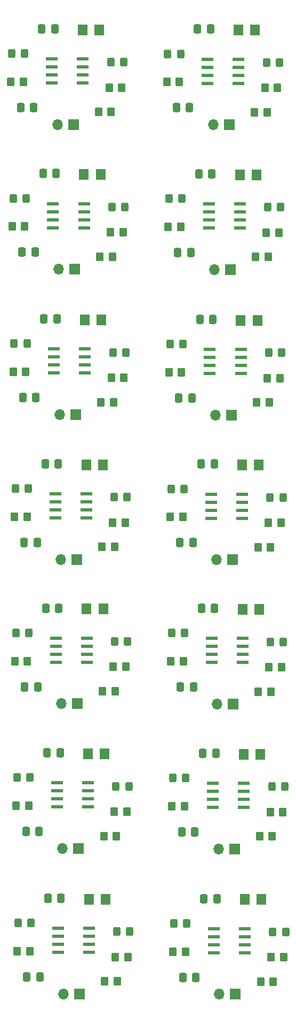
<source format=gbr>
%TF.GenerationSoftware,KiCad,Pcbnew,8.0.5*%
%TF.CreationDate,2024-12-11T00:13:19+01:00*%
%TF.ProjectId,battery-lvl-indicator-kicad.kicad_pcb-copy,62617474-6572-4792-9d6c-766c2d696e64,rev?*%
%TF.SameCoordinates,Original*%
%TF.FileFunction,Soldermask,Top*%
%TF.FilePolarity,Negative*%
%FSLAX46Y46*%
G04 Gerber Fmt 4.6, Leading zero omitted, Abs format (unit mm)*
G04 Created by KiCad (PCBNEW 8.0.5) date 2024-12-11 00:13:19*
%MOMM*%
%LPD*%
G01*
G04 APERTURE LIST*
G04 Aperture macros list*
%AMRoundRect*
0 Rectangle with rounded corners*
0 $1 Rounding radius*
0 $2 $3 $4 $5 $6 $7 $8 $9 X,Y pos of 4 corners*
0 Add a 4 corners polygon primitive as box body*
4,1,4,$2,$3,$4,$5,$6,$7,$8,$9,$2,$3,0*
0 Add four circle primitives for the rounded corners*
1,1,$1+$1,$2,$3*
1,1,$1+$1,$4,$5*
1,1,$1+$1,$6,$7*
1,1,$1+$1,$8,$9*
0 Add four rect primitives between the rounded corners*
20,1,$1+$1,$2,$3,$4,$5,0*
20,1,$1+$1,$4,$5,$6,$7,0*
20,1,$1+$1,$6,$7,$8,$9,0*
20,1,$1+$1,$8,$9,$2,$3,0*%
G04 Aperture macros list end*
%ADD10R,1.524000X1.676400*%
%ADD11R,1.981200X0.558800*%
%ADD12RoundRect,0.250000X-0.337500X-0.475000X0.337500X-0.475000X0.337500X0.475000X-0.337500X0.475000X0*%
%ADD13RoundRect,0.250000X-0.325000X-0.450000X0.325000X-0.450000X0.325000X0.450000X-0.325000X0.450000X0*%
%ADD14O,1.700000X1.700000*%
%ADD15R,1.700000X1.700000*%
%ADD16RoundRect,0.250000X-0.350000X-0.450000X0.350000X-0.450000X0.350000X0.450000X-0.350000X0.450000X0*%
G04 APERTURE END LIST*
D10*
%TO.C,D1*%
X128295400Y-154965400D03*
X130937000Y-154965400D03*
%TD*%
D11*
%TO.C,U1*%
X127330200Y-21971000D03*
X127330200Y-23241000D03*
X127330200Y-24511000D03*
X127330200Y-25781000D03*
X122402600Y-25781000D03*
X122402600Y-24511000D03*
X122402600Y-23241000D03*
X122402600Y-21971000D03*
%TD*%
D12*
%TO.C,C2*%
X120167400Y-121335800D03*
X118092400Y-121335800D03*
%TD*%
D13*
%TO.C,LEDG*%
X109270800Y-45364400D03*
X107220800Y-45364400D03*
%TD*%
%TO.C,LEDR*%
X94361000Y-158673800D03*
X92311000Y-158673800D03*
%TD*%
D14*
%TO.C,J1*%
X98552000Y-32308800D03*
D15*
X101092000Y-32308800D03*
%TD*%
D13*
%TO.C,LEDR*%
X93573600Y-43992800D03*
X91523600Y-43992800D03*
%TD*%
D12*
%TO.C,C1*%
X96070600Y-17170400D03*
X98145600Y-17170400D03*
%TD*%
D10*
%TO.C,D1*%
X102920800Y-63246000D03*
X105562400Y-63246000D03*
%TD*%
D16*
%TO.C,100R*%
X134340600Y-141097000D03*
X132340600Y-141097000D03*
%TD*%
D11*
%TO.C,U1*%
X103428800Y-136499600D03*
X103428800Y-137769600D03*
X103428800Y-139039600D03*
X103428800Y-140309600D03*
X98501200Y-140309600D03*
X98501200Y-139039600D03*
X98501200Y-137769600D03*
X98501200Y-136499600D03*
%TD*%
D16*
%TO.C,10kR*%
X107086400Y-30327600D03*
X105086400Y-30327600D03*
%TD*%
D10*
%TO.C,D1*%
X103124000Y-86156800D03*
X105765600Y-86156800D03*
%TD*%
D16*
%TO.C,10kR*%
X131826000Y-30378400D03*
X129826000Y-30378400D03*
%TD*%
%TO.C,10kR*%
X132816600Y-167970200D03*
X130816600Y-167970200D03*
%TD*%
D11*
%TO.C,U1*%
X127889000Y-90805000D03*
X127889000Y-92075000D03*
X127889000Y-93345000D03*
X127889000Y-94615000D03*
X122961400Y-94615000D03*
X122961400Y-93345000D03*
X122961400Y-92075000D03*
X122961400Y-90805000D03*
%TD*%
D14*
%TO.C,J1*%
X99390200Y-146888200D03*
D15*
X101930200Y-146888200D03*
%TD*%
D11*
%TO.C,U1*%
X103149400Y-90754200D03*
X103149400Y-92024200D03*
X103149400Y-93294200D03*
X103149400Y-94564200D03*
X98221800Y-94564200D03*
X98221800Y-93294200D03*
X98221800Y-92024200D03*
X98221800Y-90754200D03*
%TD*%
D13*
%TO.C,LEDG*%
X134797800Y-160096200D03*
X132747800Y-160096200D03*
%TD*%
%TO.C,LEDG*%
X109067600Y-22453600D03*
X107017600Y-22453600D03*
%TD*%
%TO.C,LEDR*%
X118948200Y-135712200D03*
X116898200Y-135712200D03*
%TD*%
D14*
%TO.C,J1*%
X124129800Y-146939000D03*
D15*
X126669800Y-146939000D03*
%TD*%
D12*
%TO.C,C2*%
X119735600Y-52578000D03*
X117660600Y-52578000D03*
%TD*%
D14*
%TO.C,J1*%
X123850400Y-101193600D03*
D15*
X126390400Y-101193600D03*
%TD*%
D16*
%TO.C,100R*%
X93167200Y-25552400D03*
X91167200Y-25552400D03*
%TD*%
D11*
%TO.C,U1*%
X128168400Y-136550400D03*
X128168400Y-137820400D03*
X128168400Y-139090400D03*
X128168400Y-140360400D03*
X123240800Y-140360400D03*
X123240800Y-139090400D03*
X123240800Y-137820400D03*
X123240800Y-136550400D03*
%TD*%
D16*
%TO.C,10kR*%
X132664200Y-144957800D03*
X130664200Y-144957800D03*
%TD*%
D14*
%TO.C,J1*%
X99187000Y-123977400D03*
D15*
X101727000Y-123977400D03*
%TD*%
D16*
%TO.C,10kR*%
X132029200Y-53289200D03*
X130029200Y-53289200D03*
%TD*%
D11*
%TO.C,U1*%
X127685800Y-67894200D03*
X127685800Y-69164200D03*
X127685800Y-70434200D03*
X127685800Y-71704200D03*
X122758200Y-71704200D03*
X122758200Y-70434200D03*
X122758200Y-69164200D03*
X122758200Y-67894200D03*
%TD*%
D12*
%TO.C,C1*%
X98704400Y-86004400D03*
X96629400Y-86004400D03*
%TD*%
D16*
%TO.C,100R*%
X133705600Y-49428400D03*
X131705600Y-49428400D03*
%TD*%
D14*
%TO.C,J1*%
X123291600Y-32359600D03*
D15*
X125831600Y-32359600D03*
%TD*%
D12*
%TO.C,C1*%
X123088400Y-40132000D03*
X121013400Y-40132000D03*
%TD*%
D11*
%TO.C,U1*%
X102946200Y-67843400D03*
X102946200Y-69113400D03*
X102946200Y-70383400D03*
X102946200Y-71653400D03*
X98018600Y-71653400D03*
X98018600Y-70383400D03*
X98018600Y-69113400D03*
X98018600Y-67843400D03*
%TD*%
D10*
%TO.C,D1*%
X127508000Y-40284400D03*
X130149600Y-40284400D03*
%TD*%
D16*
%TO.C,100R*%
X134137400Y-118186200D03*
X132137400Y-118186200D03*
%TD*%
%TO.C,100R*%
X134493000Y-164109400D03*
X132493000Y-164109400D03*
%TD*%
D10*
%TO.C,D1*%
X102768400Y-40233600D03*
X105410000Y-40233600D03*
%TD*%
D13*
%TO.C,LEDG*%
X109423200Y-68376800D03*
X107373200Y-68376800D03*
%TD*%
D11*
%TO.C,U1*%
X102590600Y-21920200D03*
X102590600Y-23190200D03*
X102590600Y-24460200D03*
X102590600Y-25730200D03*
X97663000Y-25730200D03*
X97663000Y-24460200D03*
X97663000Y-23190200D03*
X97663000Y-21920200D03*
%TD*%
%TO.C,U1*%
X103581200Y-159512000D03*
X103581200Y-160782000D03*
X103581200Y-162052000D03*
X103581200Y-163322000D03*
X98653600Y-163322000D03*
X98653600Y-162052000D03*
X98653600Y-160782000D03*
X98653600Y-159512000D03*
%TD*%
D14*
%TO.C,J1*%
X123926600Y-124028200D03*
D15*
X126466600Y-124028200D03*
%TD*%
D10*
%TO.C,D1*%
X129946400Y-17373600D03*
X127304800Y-17373600D03*
%TD*%
D16*
%TO.C,100R*%
X93370400Y-48463200D03*
X91370400Y-48463200D03*
%TD*%
%TO.C,100R*%
X94005400Y-140131800D03*
X92005400Y-140131800D03*
%TD*%
%TO.C,100R*%
X118262400Y-71526400D03*
X116262400Y-71526400D03*
%TD*%
%TO.C,10kR*%
X132384800Y-99212400D03*
X130384800Y-99212400D03*
%TD*%
D12*
%TO.C,C2*%
X120091200Y-98501200D03*
X118016200Y-98501200D03*
%TD*%
D16*
%TO.C,100R*%
X109397800Y-118135400D03*
X107397800Y-118135400D03*
%TD*%
D12*
%TO.C,C1*%
X98348800Y-40081200D03*
X96273800Y-40081200D03*
%TD*%
D14*
%TO.C,J1*%
X123494800Y-55270400D03*
D15*
X126034800Y-55270400D03*
%TD*%
D13*
%TO.C,LEDR*%
X94208600Y-135661400D03*
X92158600Y-135661400D03*
%TD*%
D16*
%TO.C,100R*%
X109321600Y-95300800D03*
X107321600Y-95300800D03*
%TD*%
%TO.C,100R*%
X93802200Y-117221000D03*
X91802200Y-117221000D03*
%TD*%
%TO.C,10kR*%
X132461000Y-122047000D03*
X130461000Y-122047000D03*
%TD*%
D13*
%TO.C,LEDG*%
X134162800Y-68427600D03*
X132112800Y-68427600D03*
%TD*%
D16*
%TO.C,100R*%
X133858000Y-72440800D03*
X131858000Y-72440800D03*
%TD*%
%TO.C,100R*%
X108966000Y-49377600D03*
X106966000Y-49377600D03*
%TD*%
D13*
%TO.C,LEDR*%
X94005400Y-112750600D03*
X91955400Y-112750600D03*
%TD*%
D16*
%TO.C,100R*%
X118745000Y-140182600D03*
X116745000Y-140182600D03*
%TD*%
D12*
%TO.C,C2*%
X95148400Y-75539600D03*
X93073400Y-75539600D03*
%TD*%
D16*
%TO.C,100R*%
X118897400Y-163195000D03*
X116897400Y-163195000D03*
%TD*%
D13*
%TO.C,LEDR*%
X118110000Y-21132800D03*
X116060000Y-21132800D03*
%TD*%
D10*
%TO.C,D1*%
X103200200Y-108991400D03*
X105841800Y-108991400D03*
%TD*%
D16*
%TO.C,10kR*%
X107442000Y-76250800D03*
X105442000Y-76250800D03*
%TD*%
D12*
%TO.C,C2*%
X119888000Y-75590400D03*
X117813000Y-75590400D03*
%TD*%
D10*
%TO.C,D1*%
X105206800Y-17322800D03*
X102565200Y-17322800D03*
%TD*%
D13*
%TO.C,LEDR*%
X93726000Y-67005200D03*
X91676000Y-67005200D03*
%TD*%
D12*
%TO.C,C1*%
X98983800Y-131749800D03*
X96908800Y-131749800D03*
%TD*%
%TO.C,C2*%
X95351600Y-98450400D03*
X93276600Y-98450400D03*
%TD*%
D13*
%TO.C,LEDG*%
X134366000Y-91338400D03*
X132316000Y-91338400D03*
%TD*%
D16*
%TO.C,100R*%
X108762800Y-26466800D03*
X106762800Y-26466800D03*
%TD*%
D13*
%TO.C,LEDR*%
X118465600Y-67056000D03*
X116415600Y-67056000D03*
%TD*%
D11*
%TO.C,U1*%
X103225600Y-113588800D03*
X103225600Y-114858800D03*
X103225600Y-116128800D03*
X103225600Y-117398800D03*
X98298000Y-117398800D03*
X98298000Y-116128800D03*
X98298000Y-114858800D03*
X98298000Y-113588800D03*
%TD*%
D13*
%TO.C,LEDG*%
X134645400Y-137083800D03*
X132595400Y-137083800D03*
%TD*%
D16*
%TO.C,10kR*%
X107645200Y-99161600D03*
X105645200Y-99161600D03*
%TD*%
D12*
%TO.C,C2*%
X120523000Y-167259000D03*
X118448000Y-167259000D03*
%TD*%
D13*
%TO.C,LEDG*%
X134010400Y-45415200D03*
X131960400Y-45415200D03*
%TD*%
D14*
%TO.C,J1*%
X123647200Y-78282800D03*
D15*
X126187200Y-78282800D03*
%TD*%
D16*
%TO.C,100R*%
X94157800Y-163144200D03*
X92157800Y-163144200D03*
%TD*%
D13*
%TO.C,LEDR*%
X118745000Y-112801400D03*
X116695000Y-112801400D03*
%TD*%
D11*
%TO.C,U1*%
X127533400Y-44881800D03*
X127533400Y-46151800D03*
X127533400Y-47421800D03*
X127533400Y-48691800D03*
X122605800Y-48691800D03*
X122605800Y-47421800D03*
X122605800Y-46151800D03*
X122605800Y-44881800D03*
%TD*%
D12*
%TO.C,C1*%
X123240800Y-63144400D03*
X121165800Y-63144400D03*
%TD*%
D16*
%TO.C,100R*%
X118465600Y-94437200D03*
X116465600Y-94437200D03*
%TD*%
%TO.C,100R*%
X93726000Y-94386400D03*
X91726000Y-94386400D03*
%TD*%
D10*
%TO.C,D1*%
X127660400Y-63296800D03*
X130302000Y-63296800D03*
%TD*%
D12*
%TO.C,C2*%
X94996000Y-52527200D03*
X92921000Y-52527200D03*
%TD*%
D16*
%TO.C,10kR*%
X107924600Y-144907000D03*
X105924600Y-144907000D03*
%TD*%
%TO.C,100R*%
X109753400Y-164058600D03*
X107753400Y-164058600D03*
%TD*%
%TO.C,100R*%
X118110000Y-48514000D03*
X116110000Y-48514000D03*
%TD*%
D12*
%TO.C,C2*%
X95783400Y-167208200D03*
X93708400Y-167208200D03*
%TD*%
D10*
%TO.C,D1*%
X128143000Y-131953000D03*
X130784600Y-131953000D03*
%TD*%
D14*
%TO.C,J1*%
X99542600Y-169900600D03*
D15*
X102082600Y-169900600D03*
%TD*%
D16*
%TO.C,10kR*%
X132181600Y-76301600D03*
X130181600Y-76301600D03*
%TD*%
D14*
%TO.C,J1*%
X98755200Y-55219600D03*
D15*
X101295200Y-55219600D03*
%TD*%
D16*
%TO.C,10kR*%
X108077000Y-167919400D03*
X106077000Y-167919400D03*
%TD*%
%TO.C,100R*%
X134061200Y-95351600D03*
X132061200Y-95351600D03*
%TD*%
D12*
%TO.C,C1*%
X99136200Y-154762200D03*
X97061200Y-154762200D03*
%TD*%
D16*
%TO.C,100R*%
X133502400Y-26517600D03*
X131502400Y-26517600D03*
%TD*%
D13*
%TO.C,LEDR*%
X93929200Y-89916000D03*
X91879200Y-89916000D03*
%TD*%
D16*
%TO.C,100R*%
X93522800Y-71475600D03*
X91522800Y-71475600D03*
%TD*%
%TO.C,10kR*%
X107721400Y-121996200D03*
X105721400Y-121996200D03*
%TD*%
D13*
%TO.C,LEDG*%
X110058200Y-160045400D03*
X108008200Y-160045400D03*
%TD*%
%TO.C,LEDG*%
X109702600Y-114122200D03*
X107652600Y-114122200D03*
%TD*%
%TO.C,LEDG*%
X133807200Y-22504400D03*
X131757200Y-22504400D03*
%TD*%
D12*
%TO.C,C1*%
X123875800Y-154813000D03*
X121800800Y-154813000D03*
%TD*%
%TO.C,C2*%
X119532400Y-29667200D03*
X117457400Y-29667200D03*
%TD*%
%TO.C,C2*%
X94792800Y-29616400D03*
X92717800Y-29616400D03*
%TD*%
D16*
%TO.C,100R*%
X109118400Y-72390000D03*
X107118400Y-72390000D03*
%TD*%
D13*
%TO.C,LEDG*%
X109626400Y-91287600D03*
X107576400Y-91287600D03*
%TD*%
D14*
%TO.C,J1*%
X124282200Y-169951400D03*
D15*
X126822200Y-169951400D03*
%TD*%
D13*
%TO.C,LEDR*%
X118668800Y-89966800D03*
X116618800Y-89966800D03*
%TD*%
%TO.C,LEDR*%
X118313200Y-44043600D03*
X116263200Y-44043600D03*
%TD*%
%TO.C,LEDR*%
X93370400Y-21082000D03*
X91320400Y-21082000D03*
%TD*%
D16*
%TO.C,100R*%
X118541800Y-117271800D03*
X116541800Y-117271800D03*
%TD*%
D12*
%TO.C,C1*%
X98780600Y-108839000D03*
X96705600Y-108839000D03*
%TD*%
D11*
%TO.C,U1*%
X127965200Y-113639600D03*
X127965200Y-114909600D03*
X127965200Y-116179600D03*
X127965200Y-117449600D03*
X123037600Y-117449600D03*
X123037600Y-116179600D03*
X123037600Y-114909600D03*
X123037600Y-113639600D03*
%TD*%
D12*
%TO.C,C2*%
X95631000Y-144195800D03*
X93556000Y-144195800D03*
%TD*%
D14*
%TO.C,J1*%
X99110800Y-101142800D03*
D15*
X101650800Y-101142800D03*
%TD*%
D12*
%TO.C,C2*%
X95427800Y-121285000D03*
X93352800Y-121285000D03*
%TD*%
D10*
%TO.C,D1*%
X103555800Y-154914600D03*
X106197400Y-154914600D03*
%TD*%
D11*
%TO.C,U1*%
X128320800Y-159562800D03*
X128320800Y-160832800D03*
X128320800Y-162102800D03*
X128320800Y-163372800D03*
X123393200Y-163372800D03*
X123393200Y-162102800D03*
X123393200Y-160832800D03*
X123393200Y-159562800D03*
%TD*%
D12*
%TO.C,C1*%
X123444000Y-86055200D03*
X121369000Y-86055200D03*
%TD*%
%TO.C,C1*%
X123723400Y-131800600D03*
X121648400Y-131800600D03*
%TD*%
%TO.C,C2*%
X120370600Y-144246600D03*
X118295600Y-144246600D03*
%TD*%
D11*
%TO.C,U1*%
X102793800Y-44831000D03*
X102793800Y-46101000D03*
X102793800Y-47371000D03*
X102793800Y-48641000D03*
X97866200Y-48641000D03*
X97866200Y-47371000D03*
X97866200Y-46101000D03*
X97866200Y-44831000D03*
%TD*%
D16*
%TO.C,100R*%
X109601000Y-141046200D03*
X107601000Y-141046200D03*
%TD*%
D13*
%TO.C,LEDG*%
X134442200Y-114173000D03*
X132392200Y-114173000D03*
%TD*%
D14*
%TO.C,J1*%
X98907600Y-78232000D03*
D15*
X101447600Y-78232000D03*
%TD*%
D10*
%TO.C,D1*%
X127863600Y-86207600D03*
X130505200Y-86207600D03*
%TD*%
D12*
%TO.C,C1*%
X120810200Y-17221200D03*
X122885200Y-17221200D03*
%TD*%
D13*
%TO.C,LEDG*%
X109905800Y-137033000D03*
X107855800Y-137033000D03*
%TD*%
%TO.C,LEDR*%
X119100600Y-158724600D03*
X117050600Y-158724600D03*
%TD*%
D16*
%TO.C,10kR*%
X107289600Y-53238400D03*
X105289600Y-53238400D03*
%TD*%
D10*
%TO.C,D1*%
X103403400Y-131902200D03*
X106045000Y-131902200D03*
%TD*%
D12*
%TO.C,C1*%
X123520200Y-108889800D03*
X121445200Y-108889800D03*
%TD*%
D16*
%TO.C,100R*%
X117906800Y-25603200D03*
X115906800Y-25603200D03*
%TD*%
D10*
%TO.C,D1*%
X127939800Y-109042200D03*
X130581400Y-109042200D03*
%TD*%
D12*
%TO.C,C1*%
X98501200Y-63093600D03*
X96426200Y-63093600D03*
%TD*%
M02*

</source>
